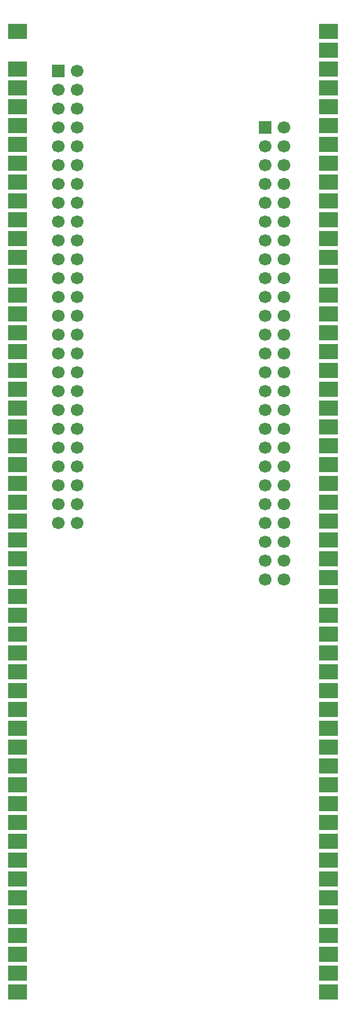
<source format=gbs>
G04 #@! TF.GenerationSoftware,KiCad,Pcbnew,9.0.1+1*
G04 #@! TF.CreationDate,2025-11-11T14:40:01+00:00*
G04 #@! TF.ProjectId,te0725-carrier,74653037-3235-42d6-9361-72726965722e,rev?*
G04 #@! TF.SameCoordinates,Original*
G04 #@! TF.FileFunction,Soldermask,Bot*
G04 #@! TF.FilePolarity,Negative*
%FSLAX46Y46*%
G04 Gerber Fmt 4.6, Leading zero omitted, Abs format (unit mm)*
G04 Created by KiCad (PCBNEW 9.0.1+1) date 2025-11-11 14:40:01*
%MOMM*%
%LPD*%
G01*
G04 APERTURE LIST*
%ADD10R,2.540000X2.000000*%
%ADD11R,1.700000X1.700000*%
%ADD12C,1.700000*%
G04 APERTURE END LIST*
D10*
X44500000Y-44680000D03*
X44500000Y-49760000D03*
X44500000Y-52300000D03*
X44500000Y-54840000D03*
X44500000Y-57380000D03*
X44500000Y-59920000D03*
X44500000Y-62460000D03*
X44500000Y-65000000D03*
X44500000Y-67540000D03*
X44500000Y-70080000D03*
X44500000Y-72620000D03*
X44500000Y-75160000D03*
X44500000Y-77700000D03*
X44500000Y-80240000D03*
X44500000Y-82780000D03*
X44500000Y-85320000D03*
X44500000Y-87860000D03*
X44500000Y-90400000D03*
X44500000Y-92940000D03*
X44500000Y-95480000D03*
X44500000Y-98020000D03*
X44500000Y-100560000D03*
X44500000Y-103100000D03*
X44500000Y-105640000D03*
X44500000Y-108180000D03*
X44500000Y-110720000D03*
X44500000Y-113260000D03*
X44500000Y-115800000D03*
X44500000Y-118340000D03*
X44500000Y-120880000D03*
X44500000Y-123420000D03*
X44500000Y-125960000D03*
X44500000Y-128500000D03*
X44500000Y-131040000D03*
X44500000Y-133580000D03*
X44500000Y-136120000D03*
X44500000Y-138660000D03*
X44500000Y-141200000D03*
X44500000Y-143740000D03*
X44500000Y-146280000D03*
X44500000Y-148820000D03*
X44500000Y-151360000D03*
X44500000Y-153900000D03*
X44500000Y-156440000D03*
X44500000Y-158980000D03*
X44500000Y-161520000D03*
X44500000Y-164060000D03*
X44500000Y-166600000D03*
X44500000Y-169140000D03*
X44500000Y-171680000D03*
X44500000Y-174220000D03*
X86500000Y-44680000D03*
X86500000Y-47220000D03*
X86500000Y-49760000D03*
X86500000Y-52300000D03*
X86500000Y-54840000D03*
X86500000Y-57380000D03*
X86500000Y-59920000D03*
X86500000Y-62460000D03*
X86500000Y-65000000D03*
X86500000Y-67540000D03*
X86500000Y-70080000D03*
X86500000Y-72620000D03*
X86500000Y-75160000D03*
X86500000Y-77700000D03*
X86500000Y-80240000D03*
X86500000Y-82780000D03*
X86500000Y-85320000D03*
X86500000Y-87860000D03*
X86500000Y-90400000D03*
X86500000Y-92940000D03*
X86500000Y-95480000D03*
X86500000Y-98020000D03*
X86500000Y-100560000D03*
X86500000Y-103100000D03*
X86500000Y-105640000D03*
X86500000Y-108180000D03*
X86500000Y-110720000D03*
X86500000Y-113260000D03*
X86500000Y-115800000D03*
X86500000Y-118340000D03*
X86500000Y-120880000D03*
X86500000Y-123420000D03*
X86500000Y-125960000D03*
X86500000Y-128500000D03*
X86500000Y-131040000D03*
X86500000Y-133580000D03*
X86500000Y-136120000D03*
X86500000Y-138660000D03*
X86500000Y-141200000D03*
X86500000Y-143740000D03*
X86500000Y-146280000D03*
X86500000Y-148820000D03*
X86500000Y-151360000D03*
X86500000Y-153900000D03*
X86500000Y-156440000D03*
X86500000Y-158980000D03*
X86500000Y-161520000D03*
X86500000Y-164060000D03*
X86500000Y-166600000D03*
X86500000Y-169140000D03*
X86500000Y-171680000D03*
X86500000Y-174220000D03*
D11*
X50000000Y-50000000D03*
D12*
X52540000Y-50000000D03*
X50000000Y-52540000D03*
X52540000Y-52540000D03*
X50000000Y-55080000D03*
X52540000Y-55080000D03*
X50000000Y-57620000D03*
X52540000Y-57620000D03*
X50000000Y-60160000D03*
X52540000Y-60160000D03*
X50000000Y-62700000D03*
X52540000Y-62700000D03*
X50000000Y-65240000D03*
X52540000Y-65240000D03*
X50000000Y-67780000D03*
X52540000Y-67780000D03*
X50000000Y-70320000D03*
X52540000Y-70320000D03*
X50000000Y-72860000D03*
X52540000Y-72860000D03*
X50000000Y-75400000D03*
X52540000Y-75400000D03*
X50000000Y-77940000D03*
X52540000Y-77940000D03*
X50000000Y-80480000D03*
X52540000Y-80480000D03*
X50000000Y-83020000D03*
X52540000Y-83020000D03*
X50000000Y-85560000D03*
X52540000Y-85560000D03*
X50000000Y-88100000D03*
X52540000Y-88100000D03*
X50000000Y-90640000D03*
X52540000Y-90640000D03*
X50000000Y-93180000D03*
X52540000Y-93180000D03*
X50000000Y-95720000D03*
X52540000Y-95720000D03*
X50000000Y-98260000D03*
X52540000Y-98260000D03*
X50000000Y-100800000D03*
X52540000Y-100800000D03*
X50000000Y-103340000D03*
X52540000Y-103340000D03*
X50000000Y-105880000D03*
X52540000Y-105880000D03*
X50000000Y-108420000D03*
X52540000Y-108420000D03*
X50000000Y-110960000D03*
X52540000Y-110960000D03*
D11*
X77940000Y-57620000D03*
D12*
X80480000Y-57620000D03*
X77940000Y-60160000D03*
X80480000Y-60160000D03*
X77940000Y-62700000D03*
X80480000Y-62700000D03*
X77940000Y-65240000D03*
X80480000Y-65240000D03*
X77940000Y-67780000D03*
X80480000Y-67780000D03*
X77940000Y-70320000D03*
X80480000Y-70320000D03*
X77940000Y-72860000D03*
X80480000Y-72860000D03*
X77940000Y-75400000D03*
X80480000Y-75400000D03*
X77940000Y-77940000D03*
X80480000Y-77940000D03*
X77940000Y-80480000D03*
X80480000Y-80480000D03*
X77940000Y-83020000D03*
X80480000Y-83020000D03*
X77940000Y-85560000D03*
X80480000Y-85560000D03*
X77940000Y-88100000D03*
X80480000Y-88100000D03*
X77940000Y-90640000D03*
X80480000Y-90640000D03*
X77940000Y-93180000D03*
X80480000Y-93180000D03*
X77940000Y-95720000D03*
X80480000Y-95720000D03*
X77940000Y-98260000D03*
X80480000Y-98260000D03*
X77940000Y-100800000D03*
X80480000Y-100800000D03*
X77940000Y-103340000D03*
X80480000Y-103340000D03*
X77940000Y-105880000D03*
X80480000Y-105880000D03*
X77940000Y-108420000D03*
X80480000Y-108420000D03*
X77940000Y-110960000D03*
X80480000Y-110960000D03*
X77940000Y-113500000D03*
X80480000Y-113500000D03*
X77940000Y-116040000D03*
X80480000Y-116040000D03*
X77940000Y-118580000D03*
X80480000Y-118580000D03*
M02*

</source>
